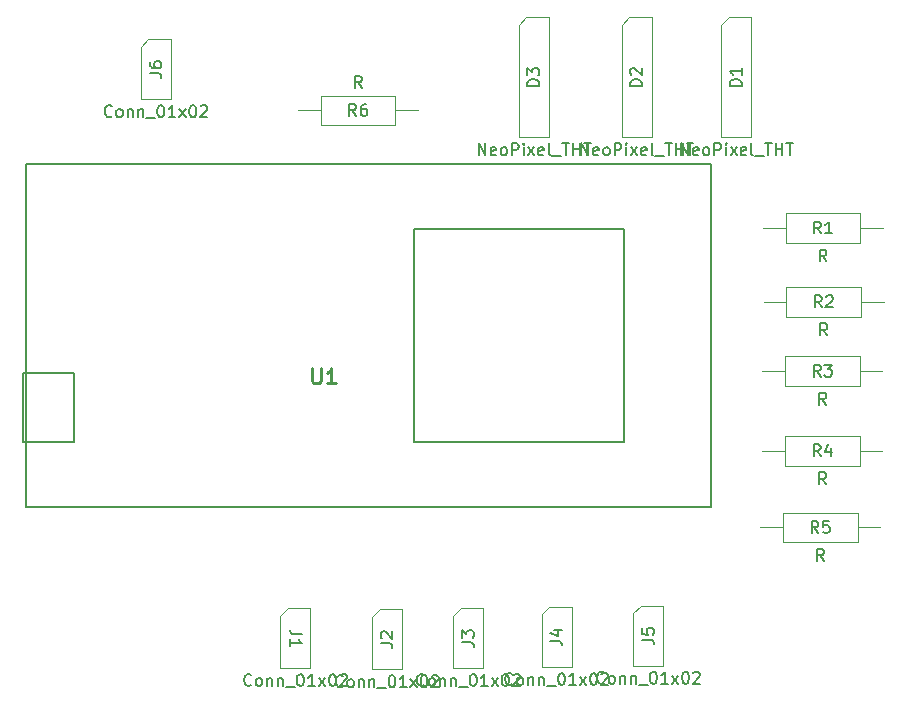
<source format=gbr>
%TF.GenerationSoftware,KiCad,Pcbnew,(5.1.12)-1*%
%TF.CreationDate,2022-06-22T10:59:22-05:00*%
%TF.ProjectId,Unidad central,556e6964-6164-4206-9365-6e7472616c2e,rev?*%
%TF.SameCoordinates,Original*%
%TF.FileFunction,AssemblyDrawing,Top*%
%FSLAX46Y46*%
G04 Gerber Fmt 4.6, Leading zero omitted, Abs format (unit mm)*
G04 Created by KiCad (PCBNEW (5.1.12)-1) date 2022-06-22 10:59:22*
%MOMM*%
%LPD*%
G01*
G04 APERTURE LIST*
%ADD10C,0.100000*%
%ADD11C,0.200000*%
%ADD12C,0.150000*%
%ADD13C,0.254000*%
G04 APERTURE END LIST*
D10*
%TO.C,R6*%
X122857000Y-59921100D02*
X124787000Y-59921100D01*
X133017000Y-59921100D02*
X131087000Y-59921100D01*
X124787000Y-61171100D02*
X131087000Y-61171100D01*
X124787000Y-58671100D02*
X124787000Y-61171100D01*
X131087000Y-58671100D02*
X124787000Y-58671100D01*
X131087000Y-61171100D02*
X131087000Y-58671100D01*
%TO.C,R5*%
X172164000Y-95224600D02*
X170234000Y-95224600D01*
X162004000Y-95224600D02*
X163934000Y-95224600D01*
X170234000Y-93974600D02*
X163934000Y-93974600D01*
X170234000Y-96474600D02*
X170234000Y-93974600D01*
X163934000Y-96474600D02*
X170234000Y-96474600D01*
X163934000Y-93974600D02*
X163934000Y-96474600D01*
%TO.C,R4*%
X172342000Y-88742500D02*
X170412000Y-88742500D01*
X162182000Y-88742500D02*
X164112000Y-88742500D01*
X170412000Y-87492500D02*
X164112000Y-87492500D01*
X170412000Y-89992500D02*
X170412000Y-87492500D01*
X164112000Y-89992500D02*
X170412000Y-89992500D01*
X164112000Y-87492500D02*
X164112000Y-89992500D01*
%TO.C,R3*%
X172342000Y-81991200D02*
X170412000Y-81991200D01*
X162182000Y-81991200D02*
X164112000Y-81991200D01*
X170412000Y-80741200D02*
X164112000Y-80741200D01*
X170412000Y-83241200D02*
X170412000Y-80741200D01*
X164112000Y-83241200D02*
X170412000Y-83241200D01*
X164112000Y-80741200D02*
X164112000Y-83241200D01*
%TO.C,R2*%
X172430000Y-76131400D02*
X170500000Y-76131400D01*
X162270000Y-76131400D02*
X164200000Y-76131400D01*
X170500000Y-74881400D02*
X164200000Y-74881400D01*
X170500000Y-77381400D02*
X170500000Y-74881400D01*
X164200000Y-77381400D02*
X170500000Y-77381400D01*
X164200000Y-74881400D02*
X164200000Y-77381400D01*
%TO.C,R1*%
X172369000Y-69883000D02*
X170439000Y-69883000D01*
X162209000Y-69883000D02*
X164139000Y-69883000D01*
X170439000Y-68633000D02*
X164139000Y-68633000D01*
X170439000Y-71133000D02*
X170439000Y-68633000D01*
X164139000Y-71133000D02*
X170439000Y-71133000D01*
X164139000Y-68633000D02*
X164139000Y-71133000D01*
%TO.C,J4*%
X143477000Y-102593000D02*
X144112000Y-101958000D01*
X143477000Y-107038000D02*
X143477000Y-102593000D01*
X146017000Y-107038000D02*
X143477000Y-107038000D01*
X146017000Y-101958000D02*
X146017000Y-107038000D01*
X144112000Y-101958000D02*
X146017000Y-101958000D01*
%TO.C,J3*%
X136009000Y-102690000D02*
X136644000Y-102055000D01*
X136009000Y-107135000D02*
X136009000Y-102690000D01*
X138549000Y-107135000D02*
X136009000Y-107135000D01*
X138549000Y-102055000D02*
X138549000Y-107135000D01*
X136644000Y-102055000D02*
X138549000Y-102055000D01*
%TO.C,J2*%
X129134000Y-102789000D02*
X129769000Y-102154000D01*
X129134000Y-107234000D02*
X129134000Y-102789000D01*
X131674000Y-107234000D02*
X129134000Y-107234000D01*
X131674000Y-102154000D02*
X131674000Y-107234000D01*
X129769000Y-102154000D02*
X131674000Y-102154000D01*
%TO.C,D3*%
X141552000Y-52672000D02*
X142187000Y-52037000D01*
X141552000Y-62197000D02*
X141552000Y-52672000D01*
X144092000Y-62197000D02*
X141552000Y-62197000D01*
X144092000Y-52037000D02*
X144092000Y-62197000D01*
X142187000Y-52037000D02*
X144092000Y-52037000D01*
D11*
%TO.C,U1*%
X99552000Y-82184200D02*
X99552000Y-87990200D01*
X103874000Y-87990200D02*
X99552000Y-87990200D01*
X103874000Y-82184200D02*
X103874000Y-87990200D01*
X99552000Y-82184200D02*
X103874000Y-82184200D01*
X150452000Y-87985200D02*
X150452000Y-69985200D01*
X132672000Y-87985200D02*
X150452000Y-87985200D01*
X132672000Y-69985200D02*
X132672000Y-87985200D01*
X150452000Y-69985200D02*
X132672000Y-69985200D01*
X99862000Y-93485200D02*
X99862000Y-64485200D01*
X157862000Y-93485200D02*
X99862000Y-93485200D01*
X157862000Y-64485200D02*
X157862000Y-93485200D01*
X99862000Y-64485200D02*
X157862000Y-64485200D01*
D10*
%TO.C,D2*%
X150256000Y-52672000D02*
X150891000Y-52037000D01*
X150256000Y-62197000D02*
X150256000Y-52672000D01*
X152796000Y-62197000D02*
X150256000Y-62197000D01*
X152796000Y-52037000D02*
X152796000Y-62197000D01*
X150891000Y-52037000D02*
X152796000Y-52037000D01*
%TO.C,D1*%
X158694000Y-52672000D02*
X159329000Y-52037000D01*
X158694000Y-62197000D02*
X158694000Y-52672000D01*
X161234000Y-62197000D02*
X158694000Y-62197000D01*
X161234000Y-52037000D02*
X161234000Y-62197000D01*
X159329000Y-52037000D02*
X161234000Y-52037000D01*
%TO.C,J6*%
X109563000Y-54523600D02*
X110198000Y-53888600D01*
X109563000Y-58968600D02*
X109563000Y-54523600D01*
X112103000Y-58968600D02*
X109563000Y-58968600D01*
X112103000Y-53888600D02*
X112103000Y-58968600D01*
X110198000Y-53888600D02*
X112103000Y-53888600D01*
%TO.C,J5*%
X151260000Y-102492000D02*
X151895000Y-101857000D01*
X151260000Y-106937000D02*
X151260000Y-102492000D01*
X153800000Y-106937000D02*
X151260000Y-106937000D01*
X153800000Y-101857000D02*
X153800000Y-106937000D01*
X151895000Y-101857000D02*
X153800000Y-101857000D01*
%TO.C,J1*%
X121374000Y-102690000D02*
X122009000Y-102055000D01*
X121374000Y-107135000D02*
X121374000Y-102690000D01*
X123914000Y-107135000D02*
X121374000Y-107135000D01*
X123914000Y-102055000D02*
X123914000Y-107135000D01*
X122009000Y-102055000D02*
X123914000Y-102055000D01*
%TD*%
%TO.C,R6*%
D12*
X128246523Y-58003480D02*
X127913190Y-57527290D01*
X127675095Y-58003480D02*
X127675095Y-57003480D01*
X128056047Y-57003480D01*
X128151285Y-57051100D01*
X128198904Y-57098719D01*
X128246523Y-57193957D01*
X128246523Y-57336814D01*
X128198904Y-57432052D01*
X128151285Y-57479671D01*
X128056047Y-57527290D01*
X127675095Y-57527290D01*
X127770333Y-60373480D02*
X127437000Y-59897290D01*
X127198904Y-60373480D02*
X127198904Y-59373480D01*
X127579857Y-59373480D01*
X127675095Y-59421100D01*
X127722714Y-59468719D01*
X127770333Y-59563957D01*
X127770333Y-59706814D01*
X127722714Y-59802052D01*
X127675095Y-59849671D01*
X127579857Y-59897290D01*
X127198904Y-59897290D01*
X128627476Y-59373480D02*
X128437000Y-59373480D01*
X128341761Y-59421100D01*
X128294142Y-59468719D01*
X128198904Y-59611576D01*
X128151285Y-59802052D01*
X128151285Y-60183004D01*
X128198904Y-60278242D01*
X128246523Y-60325861D01*
X128341761Y-60373480D01*
X128532238Y-60373480D01*
X128627476Y-60325861D01*
X128675095Y-60278242D01*
X128722714Y-60183004D01*
X128722714Y-59944909D01*
X128675095Y-59849671D01*
X128627476Y-59802052D01*
X128532238Y-59754433D01*
X128341761Y-59754433D01*
X128246523Y-59802052D01*
X128198904Y-59849671D01*
X128151285Y-59944909D01*
%TO.C,R5*%
X167393523Y-98046980D02*
X167060190Y-97570790D01*
X166822095Y-98046980D02*
X166822095Y-97046980D01*
X167203047Y-97046980D01*
X167298285Y-97094600D01*
X167345904Y-97142219D01*
X167393523Y-97237457D01*
X167393523Y-97380314D01*
X167345904Y-97475552D01*
X167298285Y-97523171D01*
X167203047Y-97570790D01*
X166822095Y-97570790D01*
X166917333Y-95676980D02*
X166584000Y-95200790D01*
X166345904Y-95676980D02*
X166345904Y-94676980D01*
X166726857Y-94676980D01*
X166822095Y-94724600D01*
X166869714Y-94772219D01*
X166917333Y-94867457D01*
X166917333Y-95010314D01*
X166869714Y-95105552D01*
X166822095Y-95153171D01*
X166726857Y-95200790D01*
X166345904Y-95200790D01*
X167822095Y-94676980D02*
X167345904Y-94676980D01*
X167298285Y-95153171D01*
X167345904Y-95105552D01*
X167441142Y-95057933D01*
X167679238Y-95057933D01*
X167774476Y-95105552D01*
X167822095Y-95153171D01*
X167869714Y-95248409D01*
X167869714Y-95486504D01*
X167822095Y-95581742D01*
X167774476Y-95629361D01*
X167679238Y-95676980D01*
X167441142Y-95676980D01*
X167345904Y-95629361D01*
X167298285Y-95581742D01*
%TO.C,R4*%
X167571523Y-91564880D02*
X167238190Y-91088690D01*
X167000095Y-91564880D02*
X167000095Y-90564880D01*
X167381047Y-90564880D01*
X167476285Y-90612500D01*
X167523904Y-90660119D01*
X167571523Y-90755357D01*
X167571523Y-90898214D01*
X167523904Y-90993452D01*
X167476285Y-91041071D01*
X167381047Y-91088690D01*
X167000095Y-91088690D01*
X167095333Y-89194880D02*
X166762000Y-88718690D01*
X166523904Y-89194880D02*
X166523904Y-88194880D01*
X166904857Y-88194880D01*
X167000095Y-88242500D01*
X167047714Y-88290119D01*
X167095333Y-88385357D01*
X167095333Y-88528214D01*
X167047714Y-88623452D01*
X167000095Y-88671071D01*
X166904857Y-88718690D01*
X166523904Y-88718690D01*
X167952476Y-88528214D02*
X167952476Y-89194880D01*
X167714380Y-88147261D02*
X167476285Y-88861547D01*
X168095333Y-88861547D01*
%TO.C,R3*%
X167571523Y-84813580D02*
X167238190Y-84337390D01*
X167000095Y-84813580D02*
X167000095Y-83813580D01*
X167381047Y-83813580D01*
X167476285Y-83861200D01*
X167523904Y-83908819D01*
X167571523Y-84004057D01*
X167571523Y-84146914D01*
X167523904Y-84242152D01*
X167476285Y-84289771D01*
X167381047Y-84337390D01*
X167000095Y-84337390D01*
X167095333Y-82443580D02*
X166762000Y-81967390D01*
X166523904Y-82443580D02*
X166523904Y-81443580D01*
X166904857Y-81443580D01*
X167000095Y-81491200D01*
X167047714Y-81538819D01*
X167095333Y-81634057D01*
X167095333Y-81776914D01*
X167047714Y-81872152D01*
X167000095Y-81919771D01*
X166904857Y-81967390D01*
X166523904Y-81967390D01*
X167428666Y-81443580D02*
X168047714Y-81443580D01*
X167714380Y-81824533D01*
X167857238Y-81824533D01*
X167952476Y-81872152D01*
X168000095Y-81919771D01*
X168047714Y-82015009D01*
X168047714Y-82253104D01*
X168000095Y-82348342D01*
X167952476Y-82395961D01*
X167857238Y-82443580D01*
X167571523Y-82443580D01*
X167476285Y-82395961D01*
X167428666Y-82348342D01*
%TO.C,R2*%
X167659523Y-78953780D02*
X167326190Y-78477590D01*
X167088095Y-78953780D02*
X167088095Y-77953780D01*
X167469047Y-77953780D01*
X167564285Y-78001400D01*
X167611904Y-78049019D01*
X167659523Y-78144257D01*
X167659523Y-78287114D01*
X167611904Y-78382352D01*
X167564285Y-78429971D01*
X167469047Y-78477590D01*
X167088095Y-78477590D01*
X167183333Y-76583780D02*
X166850000Y-76107590D01*
X166611904Y-76583780D02*
X166611904Y-75583780D01*
X166992857Y-75583780D01*
X167088095Y-75631400D01*
X167135714Y-75679019D01*
X167183333Y-75774257D01*
X167183333Y-75917114D01*
X167135714Y-76012352D01*
X167088095Y-76059971D01*
X166992857Y-76107590D01*
X166611904Y-76107590D01*
X167564285Y-75679019D02*
X167611904Y-75631400D01*
X167707142Y-75583780D01*
X167945238Y-75583780D01*
X168040476Y-75631400D01*
X168088095Y-75679019D01*
X168135714Y-75774257D01*
X168135714Y-75869495D01*
X168088095Y-76012352D01*
X167516666Y-76583780D01*
X168135714Y-76583780D01*
%TO.C,R1*%
X167598523Y-72705380D02*
X167265190Y-72229190D01*
X167027095Y-72705380D02*
X167027095Y-71705380D01*
X167408047Y-71705380D01*
X167503285Y-71753000D01*
X167550904Y-71800619D01*
X167598523Y-71895857D01*
X167598523Y-72038714D01*
X167550904Y-72133952D01*
X167503285Y-72181571D01*
X167408047Y-72229190D01*
X167027095Y-72229190D01*
X167122333Y-70335380D02*
X166789000Y-69859190D01*
X166550904Y-70335380D02*
X166550904Y-69335380D01*
X166931857Y-69335380D01*
X167027095Y-69383000D01*
X167074714Y-69430619D01*
X167122333Y-69525857D01*
X167122333Y-69668714D01*
X167074714Y-69763952D01*
X167027095Y-69811571D01*
X166931857Y-69859190D01*
X166550904Y-69859190D01*
X168074714Y-70335380D02*
X167503285Y-70335380D01*
X167789000Y-70335380D02*
X167789000Y-69335380D01*
X167693761Y-69478238D01*
X167598523Y-69573476D01*
X167503285Y-69621095D01*
%TO.C,J4*%
X141008904Y-108455142D02*
X140961285Y-108502761D01*
X140818428Y-108550380D01*
X140723190Y-108550380D01*
X140580333Y-108502761D01*
X140485095Y-108407523D01*
X140437476Y-108312285D01*
X140389857Y-108121809D01*
X140389857Y-107978952D01*
X140437476Y-107788476D01*
X140485095Y-107693238D01*
X140580333Y-107598000D01*
X140723190Y-107550380D01*
X140818428Y-107550380D01*
X140961285Y-107598000D01*
X141008904Y-107645619D01*
X141580333Y-108550380D02*
X141485095Y-108502761D01*
X141437476Y-108455142D01*
X141389857Y-108359904D01*
X141389857Y-108074190D01*
X141437476Y-107978952D01*
X141485095Y-107931333D01*
X141580333Y-107883714D01*
X141723190Y-107883714D01*
X141818428Y-107931333D01*
X141866047Y-107978952D01*
X141913666Y-108074190D01*
X141913666Y-108359904D01*
X141866047Y-108455142D01*
X141818428Y-108502761D01*
X141723190Y-108550380D01*
X141580333Y-108550380D01*
X142342238Y-107883714D02*
X142342238Y-108550380D01*
X142342238Y-107978952D02*
X142389857Y-107931333D01*
X142485095Y-107883714D01*
X142627952Y-107883714D01*
X142723190Y-107931333D01*
X142770809Y-108026571D01*
X142770809Y-108550380D01*
X143247000Y-107883714D02*
X143247000Y-108550380D01*
X143247000Y-107978952D02*
X143294619Y-107931333D01*
X143389857Y-107883714D01*
X143532714Y-107883714D01*
X143627952Y-107931333D01*
X143675571Y-108026571D01*
X143675571Y-108550380D01*
X143913666Y-108645619D02*
X144675571Y-108645619D01*
X145104142Y-107550380D02*
X145199380Y-107550380D01*
X145294619Y-107598000D01*
X145342238Y-107645619D01*
X145389857Y-107740857D01*
X145437476Y-107931333D01*
X145437476Y-108169428D01*
X145389857Y-108359904D01*
X145342238Y-108455142D01*
X145294619Y-108502761D01*
X145199380Y-108550380D01*
X145104142Y-108550380D01*
X145008904Y-108502761D01*
X144961285Y-108455142D01*
X144913666Y-108359904D01*
X144866047Y-108169428D01*
X144866047Y-107931333D01*
X144913666Y-107740857D01*
X144961285Y-107645619D01*
X145008904Y-107598000D01*
X145104142Y-107550380D01*
X146389857Y-108550380D02*
X145818428Y-108550380D01*
X146104142Y-108550380D02*
X146104142Y-107550380D01*
X146008904Y-107693238D01*
X145913666Y-107788476D01*
X145818428Y-107836095D01*
X146723190Y-108550380D02*
X147247000Y-107883714D01*
X146723190Y-107883714D02*
X147247000Y-108550380D01*
X147818428Y-107550380D02*
X147913666Y-107550380D01*
X148008904Y-107598000D01*
X148056523Y-107645619D01*
X148104142Y-107740857D01*
X148151761Y-107931333D01*
X148151761Y-108169428D01*
X148104142Y-108359904D01*
X148056523Y-108455142D01*
X148008904Y-108502761D01*
X147913666Y-108550380D01*
X147818428Y-108550380D01*
X147723190Y-108502761D01*
X147675571Y-108455142D01*
X147627952Y-108359904D01*
X147580333Y-108169428D01*
X147580333Y-107931333D01*
X147627952Y-107740857D01*
X147675571Y-107645619D01*
X147723190Y-107598000D01*
X147818428Y-107550380D01*
X148532714Y-107645619D02*
X148580333Y-107598000D01*
X148675571Y-107550380D01*
X148913666Y-107550380D01*
X149008904Y-107598000D01*
X149056523Y-107645619D01*
X149104142Y-107740857D01*
X149104142Y-107836095D01*
X149056523Y-107978952D01*
X148485095Y-108550380D01*
X149104142Y-108550380D01*
X144199380Y-104831333D02*
X144913666Y-104831333D01*
X145056523Y-104878952D01*
X145151761Y-104974190D01*
X145199380Y-105117047D01*
X145199380Y-105212285D01*
X144532714Y-103926571D02*
X145199380Y-103926571D01*
X144151761Y-104164666D02*
X144866047Y-104402761D01*
X144866047Y-103783714D01*
%TO.C,J3*%
X133540904Y-108552142D02*
X133493285Y-108599761D01*
X133350428Y-108647380D01*
X133255190Y-108647380D01*
X133112333Y-108599761D01*
X133017095Y-108504523D01*
X132969476Y-108409285D01*
X132921857Y-108218809D01*
X132921857Y-108075952D01*
X132969476Y-107885476D01*
X133017095Y-107790238D01*
X133112333Y-107695000D01*
X133255190Y-107647380D01*
X133350428Y-107647380D01*
X133493285Y-107695000D01*
X133540904Y-107742619D01*
X134112333Y-108647380D02*
X134017095Y-108599761D01*
X133969476Y-108552142D01*
X133921857Y-108456904D01*
X133921857Y-108171190D01*
X133969476Y-108075952D01*
X134017095Y-108028333D01*
X134112333Y-107980714D01*
X134255190Y-107980714D01*
X134350428Y-108028333D01*
X134398047Y-108075952D01*
X134445666Y-108171190D01*
X134445666Y-108456904D01*
X134398047Y-108552142D01*
X134350428Y-108599761D01*
X134255190Y-108647380D01*
X134112333Y-108647380D01*
X134874238Y-107980714D02*
X134874238Y-108647380D01*
X134874238Y-108075952D02*
X134921857Y-108028333D01*
X135017095Y-107980714D01*
X135159952Y-107980714D01*
X135255190Y-108028333D01*
X135302809Y-108123571D01*
X135302809Y-108647380D01*
X135779000Y-107980714D02*
X135779000Y-108647380D01*
X135779000Y-108075952D02*
X135826619Y-108028333D01*
X135921857Y-107980714D01*
X136064714Y-107980714D01*
X136159952Y-108028333D01*
X136207571Y-108123571D01*
X136207571Y-108647380D01*
X136445666Y-108742619D02*
X137207571Y-108742619D01*
X137636142Y-107647380D02*
X137731380Y-107647380D01*
X137826619Y-107695000D01*
X137874238Y-107742619D01*
X137921857Y-107837857D01*
X137969476Y-108028333D01*
X137969476Y-108266428D01*
X137921857Y-108456904D01*
X137874238Y-108552142D01*
X137826619Y-108599761D01*
X137731380Y-108647380D01*
X137636142Y-108647380D01*
X137540904Y-108599761D01*
X137493285Y-108552142D01*
X137445666Y-108456904D01*
X137398047Y-108266428D01*
X137398047Y-108028333D01*
X137445666Y-107837857D01*
X137493285Y-107742619D01*
X137540904Y-107695000D01*
X137636142Y-107647380D01*
X138921857Y-108647380D02*
X138350428Y-108647380D01*
X138636142Y-108647380D02*
X138636142Y-107647380D01*
X138540904Y-107790238D01*
X138445666Y-107885476D01*
X138350428Y-107933095D01*
X139255190Y-108647380D02*
X139779000Y-107980714D01*
X139255190Y-107980714D02*
X139779000Y-108647380D01*
X140350428Y-107647380D02*
X140445666Y-107647380D01*
X140540904Y-107695000D01*
X140588523Y-107742619D01*
X140636142Y-107837857D01*
X140683761Y-108028333D01*
X140683761Y-108266428D01*
X140636142Y-108456904D01*
X140588523Y-108552142D01*
X140540904Y-108599761D01*
X140445666Y-108647380D01*
X140350428Y-108647380D01*
X140255190Y-108599761D01*
X140207571Y-108552142D01*
X140159952Y-108456904D01*
X140112333Y-108266428D01*
X140112333Y-108028333D01*
X140159952Y-107837857D01*
X140207571Y-107742619D01*
X140255190Y-107695000D01*
X140350428Y-107647380D01*
X141064714Y-107742619D02*
X141112333Y-107695000D01*
X141207571Y-107647380D01*
X141445666Y-107647380D01*
X141540904Y-107695000D01*
X141588523Y-107742619D01*
X141636142Y-107837857D01*
X141636142Y-107933095D01*
X141588523Y-108075952D01*
X141017095Y-108647380D01*
X141636142Y-108647380D01*
X136731380Y-104928333D02*
X137445666Y-104928333D01*
X137588523Y-104975952D01*
X137683761Y-105071190D01*
X137731380Y-105214047D01*
X137731380Y-105309285D01*
X136731380Y-104547380D02*
X136731380Y-103928333D01*
X137112333Y-104261666D01*
X137112333Y-104118809D01*
X137159952Y-104023571D01*
X137207571Y-103975952D01*
X137302809Y-103928333D01*
X137540904Y-103928333D01*
X137636142Y-103975952D01*
X137683761Y-104023571D01*
X137731380Y-104118809D01*
X137731380Y-104404523D01*
X137683761Y-104499761D01*
X137636142Y-104547380D01*
%TO.C,J2*%
X126665904Y-108651142D02*
X126618285Y-108698761D01*
X126475428Y-108746380D01*
X126380190Y-108746380D01*
X126237333Y-108698761D01*
X126142095Y-108603523D01*
X126094476Y-108508285D01*
X126046857Y-108317809D01*
X126046857Y-108174952D01*
X126094476Y-107984476D01*
X126142095Y-107889238D01*
X126237333Y-107794000D01*
X126380190Y-107746380D01*
X126475428Y-107746380D01*
X126618285Y-107794000D01*
X126665904Y-107841619D01*
X127237333Y-108746380D02*
X127142095Y-108698761D01*
X127094476Y-108651142D01*
X127046857Y-108555904D01*
X127046857Y-108270190D01*
X127094476Y-108174952D01*
X127142095Y-108127333D01*
X127237333Y-108079714D01*
X127380190Y-108079714D01*
X127475428Y-108127333D01*
X127523047Y-108174952D01*
X127570666Y-108270190D01*
X127570666Y-108555904D01*
X127523047Y-108651142D01*
X127475428Y-108698761D01*
X127380190Y-108746380D01*
X127237333Y-108746380D01*
X127999238Y-108079714D02*
X127999238Y-108746380D01*
X127999238Y-108174952D02*
X128046857Y-108127333D01*
X128142095Y-108079714D01*
X128284952Y-108079714D01*
X128380190Y-108127333D01*
X128427809Y-108222571D01*
X128427809Y-108746380D01*
X128904000Y-108079714D02*
X128904000Y-108746380D01*
X128904000Y-108174952D02*
X128951619Y-108127333D01*
X129046857Y-108079714D01*
X129189714Y-108079714D01*
X129284952Y-108127333D01*
X129332571Y-108222571D01*
X129332571Y-108746380D01*
X129570666Y-108841619D02*
X130332571Y-108841619D01*
X130761142Y-107746380D02*
X130856380Y-107746380D01*
X130951619Y-107794000D01*
X130999238Y-107841619D01*
X131046857Y-107936857D01*
X131094476Y-108127333D01*
X131094476Y-108365428D01*
X131046857Y-108555904D01*
X130999238Y-108651142D01*
X130951619Y-108698761D01*
X130856380Y-108746380D01*
X130761142Y-108746380D01*
X130665904Y-108698761D01*
X130618285Y-108651142D01*
X130570666Y-108555904D01*
X130523047Y-108365428D01*
X130523047Y-108127333D01*
X130570666Y-107936857D01*
X130618285Y-107841619D01*
X130665904Y-107794000D01*
X130761142Y-107746380D01*
X132046857Y-108746380D02*
X131475428Y-108746380D01*
X131761142Y-108746380D02*
X131761142Y-107746380D01*
X131665904Y-107889238D01*
X131570666Y-107984476D01*
X131475428Y-108032095D01*
X132380190Y-108746380D02*
X132904000Y-108079714D01*
X132380190Y-108079714D02*
X132904000Y-108746380D01*
X133475428Y-107746380D02*
X133570666Y-107746380D01*
X133665904Y-107794000D01*
X133713523Y-107841619D01*
X133761142Y-107936857D01*
X133808761Y-108127333D01*
X133808761Y-108365428D01*
X133761142Y-108555904D01*
X133713523Y-108651142D01*
X133665904Y-108698761D01*
X133570666Y-108746380D01*
X133475428Y-108746380D01*
X133380190Y-108698761D01*
X133332571Y-108651142D01*
X133284952Y-108555904D01*
X133237333Y-108365428D01*
X133237333Y-108127333D01*
X133284952Y-107936857D01*
X133332571Y-107841619D01*
X133380190Y-107794000D01*
X133475428Y-107746380D01*
X134189714Y-107841619D02*
X134237333Y-107794000D01*
X134332571Y-107746380D01*
X134570666Y-107746380D01*
X134665904Y-107794000D01*
X134713523Y-107841619D01*
X134761142Y-107936857D01*
X134761142Y-108032095D01*
X134713523Y-108174952D01*
X134142095Y-108746380D01*
X134761142Y-108746380D01*
X129856380Y-105027333D02*
X130570666Y-105027333D01*
X130713523Y-105074952D01*
X130808761Y-105170190D01*
X130856380Y-105313047D01*
X130856380Y-105408285D01*
X129951619Y-104598761D02*
X129904000Y-104551142D01*
X129856380Y-104455904D01*
X129856380Y-104217809D01*
X129904000Y-104122571D01*
X129951619Y-104074952D01*
X130046857Y-104027333D01*
X130142095Y-104027333D01*
X130284952Y-104074952D01*
X130856380Y-104646380D01*
X130856380Y-104027333D01*
%TO.C,D3*%
X138155333Y-63709380D02*
X138155333Y-62709380D01*
X138726761Y-63709380D01*
X138726761Y-62709380D01*
X139583904Y-63661761D02*
X139488666Y-63709380D01*
X139298190Y-63709380D01*
X139202952Y-63661761D01*
X139155333Y-63566523D01*
X139155333Y-63185571D01*
X139202952Y-63090333D01*
X139298190Y-63042714D01*
X139488666Y-63042714D01*
X139583904Y-63090333D01*
X139631523Y-63185571D01*
X139631523Y-63280809D01*
X139155333Y-63376047D01*
X140202952Y-63709380D02*
X140107714Y-63661761D01*
X140060095Y-63614142D01*
X140012476Y-63518904D01*
X140012476Y-63233190D01*
X140060095Y-63137952D01*
X140107714Y-63090333D01*
X140202952Y-63042714D01*
X140345809Y-63042714D01*
X140441047Y-63090333D01*
X140488666Y-63137952D01*
X140536285Y-63233190D01*
X140536285Y-63518904D01*
X140488666Y-63614142D01*
X140441047Y-63661761D01*
X140345809Y-63709380D01*
X140202952Y-63709380D01*
X140964857Y-63709380D02*
X140964857Y-62709380D01*
X141345809Y-62709380D01*
X141441047Y-62757000D01*
X141488666Y-62804619D01*
X141536285Y-62899857D01*
X141536285Y-63042714D01*
X141488666Y-63137952D01*
X141441047Y-63185571D01*
X141345809Y-63233190D01*
X140964857Y-63233190D01*
X141964857Y-63709380D02*
X141964857Y-63042714D01*
X141964857Y-62709380D02*
X141917238Y-62757000D01*
X141964857Y-62804619D01*
X142012476Y-62757000D01*
X141964857Y-62709380D01*
X141964857Y-62804619D01*
X142345809Y-63709380D02*
X142869619Y-63042714D01*
X142345809Y-63042714D02*
X142869619Y-63709380D01*
X143631523Y-63661761D02*
X143536285Y-63709380D01*
X143345809Y-63709380D01*
X143250571Y-63661761D01*
X143202952Y-63566523D01*
X143202952Y-63185571D01*
X143250571Y-63090333D01*
X143345809Y-63042714D01*
X143536285Y-63042714D01*
X143631523Y-63090333D01*
X143679142Y-63185571D01*
X143679142Y-63280809D01*
X143202952Y-63376047D01*
X144250571Y-63709380D02*
X144155333Y-63661761D01*
X144107714Y-63566523D01*
X144107714Y-62709380D01*
X144393428Y-63804619D02*
X145155333Y-63804619D01*
X145250571Y-62709380D02*
X145822000Y-62709380D01*
X145536285Y-63709380D02*
X145536285Y-62709380D01*
X146155333Y-63709380D02*
X146155333Y-62709380D01*
X146155333Y-63185571D02*
X146726761Y-63185571D01*
X146726761Y-63709380D02*
X146726761Y-62709380D01*
X147060095Y-62709380D02*
X147631523Y-62709380D01*
X147345809Y-63709380D02*
X147345809Y-62709380D01*
X143274380Y-57855095D02*
X142274380Y-57855095D01*
X142274380Y-57617000D01*
X142322000Y-57474142D01*
X142417238Y-57378904D01*
X142512476Y-57331285D01*
X142702952Y-57283666D01*
X142845809Y-57283666D01*
X143036285Y-57331285D01*
X143131523Y-57378904D01*
X143226761Y-57474142D01*
X143274380Y-57617000D01*
X143274380Y-57855095D01*
X142274380Y-56950333D02*
X142274380Y-56331285D01*
X142655333Y-56664619D01*
X142655333Y-56521761D01*
X142702952Y-56426523D01*
X142750571Y-56378904D01*
X142845809Y-56331285D01*
X143083904Y-56331285D01*
X143179142Y-56378904D01*
X143226761Y-56426523D01*
X143274380Y-56521761D01*
X143274380Y-56807476D01*
X143226761Y-56902714D01*
X143179142Y-56950333D01*
%TO.C,U1*%
D13*
X124035940Y-81758003D02*
X124035940Y-82786099D01*
X124096417Y-82907051D01*
X124156893Y-82967527D01*
X124277845Y-83028003D01*
X124519750Y-83028003D01*
X124640702Y-82967527D01*
X124701179Y-82907051D01*
X124761655Y-82786099D01*
X124761655Y-81758003D01*
X126031655Y-83028003D02*
X125305940Y-83028003D01*
X125668798Y-83028003D02*
X125668798Y-81758003D01*
X125547845Y-81939432D01*
X125426893Y-82060384D01*
X125305940Y-82120860D01*
%TO.C,D2*%
D12*
X146859333Y-63709380D02*
X146859333Y-62709380D01*
X147430761Y-63709380D01*
X147430761Y-62709380D01*
X148287904Y-63661761D02*
X148192666Y-63709380D01*
X148002190Y-63709380D01*
X147906952Y-63661761D01*
X147859333Y-63566523D01*
X147859333Y-63185571D01*
X147906952Y-63090333D01*
X148002190Y-63042714D01*
X148192666Y-63042714D01*
X148287904Y-63090333D01*
X148335523Y-63185571D01*
X148335523Y-63280809D01*
X147859333Y-63376047D01*
X148906952Y-63709380D02*
X148811714Y-63661761D01*
X148764095Y-63614142D01*
X148716476Y-63518904D01*
X148716476Y-63233190D01*
X148764095Y-63137952D01*
X148811714Y-63090333D01*
X148906952Y-63042714D01*
X149049809Y-63042714D01*
X149145047Y-63090333D01*
X149192666Y-63137952D01*
X149240285Y-63233190D01*
X149240285Y-63518904D01*
X149192666Y-63614142D01*
X149145047Y-63661761D01*
X149049809Y-63709380D01*
X148906952Y-63709380D01*
X149668857Y-63709380D02*
X149668857Y-62709380D01*
X150049809Y-62709380D01*
X150145047Y-62757000D01*
X150192666Y-62804619D01*
X150240285Y-62899857D01*
X150240285Y-63042714D01*
X150192666Y-63137952D01*
X150145047Y-63185571D01*
X150049809Y-63233190D01*
X149668857Y-63233190D01*
X150668857Y-63709380D02*
X150668857Y-63042714D01*
X150668857Y-62709380D02*
X150621238Y-62757000D01*
X150668857Y-62804619D01*
X150716476Y-62757000D01*
X150668857Y-62709380D01*
X150668857Y-62804619D01*
X151049809Y-63709380D02*
X151573619Y-63042714D01*
X151049809Y-63042714D02*
X151573619Y-63709380D01*
X152335523Y-63661761D02*
X152240285Y-63709380D01*
X152049809Y-63709380D01*
X151954571Y-63661761D01*
X151906952Y-63566523D01*
X151906952Y-63185571D01*
X151954571Y-63090333D01*
X152049809Y-63042714D01*
X152240285Y-63042714D01*
X152335523Y-63090333D01*
X152383142Y-63185571D01*
X152383142Y-63280809D01*
X151906952Y-63376047D01*
X152954571Y-63709380D02*
X152859333Y-63661761D01*
X152811714Y-63566523D01*
X152811714Y-62709380D01*
X153097428Y-63804619D02*
X153859333Y-63804619D01*
X153954571Y-62709380D02*
X154526000Y-62709380D01*
X154240285Y-63709380D02*
X154240285Y-62709380D01*
X154859333Y-63709380D02*
X154859333Y-62709380D01*
X154859333Y-63185571D02*
X155430761Y-63185571D01*
X155430761Y-63709380D02*
X155430761Y-62709380D01*
X155764095Y-62709380D02*
X156335523Y-62709380D01*
X156049809Y-63709380D02*
X156049809Y-62709380D01*
X151978380Y-57855095D02*
X150978380Y-57855095D01*
X150978380Y-57617000D01*
X151026000Y-57474142D01*
X151121238Y-57378904D01*
X151216476Y-57331285D01*
X151406952Y-57283666D01*
X151549809Y-57283666D01*
X151740285Y-57331285D01*
X151835523Y-57378904D01*
X151930761Y-57474142D01*
X151978380Y-57617000D01*
X151978380Y-57855095D01*
X151073619Y-56902714D02*
X151026000Y-56855095D01*
X150978380Y-56759857D01*
X150978380Y-56521761D01*
X151026000Y-56426523D01*
X151073619Y-56378904D01*
X151168857Y-56331285D01*
X151264095Y-56331285D01*
X151406952Y-56378904D01*
X151978380Y-56950333D01*
X151978380Y-56331285D01*
%TO.C,D1*%
X155297333Y-63709380D02*
X155297333Y-62709380D01*
X155868761Y-63709380D01*
X155868761Y-62709380D01*
X156725904Y-63661761D02*
X156630666Y-63709380D01*
X156440190Y-63709380D01*
X156344952Y-63661761D01*
X156297333Y-63566523D01*
X156297333Y-63185571D01*
X156344952Y-63090333D01*
X156440190Y-63042714D01*
X156630666Y-63042714D01*
X156725904Y-63090333D01*
X156773523Y-63185571D01*
X156773523Y-63280809D01*
X156297333Y-63376047D01*
X157344952Y-63709380D02*
X157249714Y-63661761D01*
X157202095Y-63614142D01*
X157154476Y-63518904D01*
X157154476Y-63233190D01*
X157202095Y-63137952D01*
X157249714Y-63090333D01*
X157344952Y-63042714D01*
X157487809Y-63042714D01*
X157583047Y-63090333D01*
X157630666Y-63137952D01*
X157678285Y-63233190D01*
X157678285Y-63518904D01*
X157630666Y-63614142D01*
X157583047Y-63661761D01*
X157487809Y-63709380D01*
X157344952Y-63709380D01*
X158106857Y-63709380D02*
X158106857Y-62709380D01*
X158487809Y-62709380D01*
X158583047Y-62757000D01*
X158630666Y-62804619D01*
X158678285Y-62899857D01*
X158678285Y-63042714D01*
X158630666Y-63137952D01*
X158583047Y-63185571D01*
X158487809Y-63233190D01*
X158106857Y-63233190D01*
X159106857Y-63709380D02*
X159106857Y-63042714D01*
X159106857Y-62709380D02*
X159059238Y-62757000D01*
X159106857Y-62804619D01*
X159154476Y-62757000D01*
X159106857Y-62709380D01*
X159106857Y-62804619D01*
X159487809Y-63709380D02*
X160011619Y-63042714D01*
X159487809Y-63042714D02*
X160011619Y-63709380D01*
X160773523Y-63661761D02*
X160678285Y-63709380D01*
X160487809Y-63709380D01*
X160392571Y-63661761D01*
X160344952Y-63566523D01*
X160344952Y-63185571D01*
X160392571Y-63090333D01*
X160487809Y-63042714D01*
X160678285Y-63042714D01*
X160773523Y-63090333D01*
X160821142Y-63185571D01*
X160821142Y-63280809D01*
X160344952Y-63376047D01*
X161392571Y-63709380D02*
X161297333Y-63661761D01*
X161249714Y-63566523D01*
X161249714Y-62709380D01*
X161535428Y-63804619D02*
X162297333Y-63804619D01*
X162392571Y-62709380D02*
X162964000Y-62709380D01*
X162678285Y-63709380D02*
X162678285Y-62709380D01*
X163297333Y-63709380D02*
X163297333Y-62709380D01*
X163297333Y-63185571D02*
X163868761Y-63185571D01*
X163868761Y-63709380D02*
X163868761Y-62709380D01*
X164202095Y-62709380D02*
X164773523Y-62709380D01*
X164487809Y-63709380D02*
X164487809Y-62709380D01*
X160416380Y-57855095D02*
X159416380Y-57855095D01*
X159416380Y-57617000D01*
X159464000Y-57474142D01*
X159559238Y-57378904D01*
X159654476Y-57331285D01*
X159844952Y-57283666D01*
X159987809Y-57283666D01*
X160178285Y-57331285D01*
X160273523Y-57378904D01*
X160368761Y-57474142D01*
X160416380Y-57617000D01*
X160416380Y-57855095D01*
X160416380Y-56331285D02*
X160416380Y-56902714D01*
X160416380Y-56617000D02*
X159416380Y-56617000D01*
X159559238Y-56712238D01*
X159654476Y-56807476D01*
X159702095Y-56902714D01*
%TO.C,J6*%
X107094904Y-60385742D02*
X107047285Y-60433361D01*
X106904428Y-60480980D01*
X106809190Y-60480980D01*
X106666333Y-60433361D01*
X106571095Y-60338123D01*
X106523476Y-60242885D01*
X106475857Y-60052409D01*
X106475857Y-59909552D01*
X106523476Y-59719076D01*
X106571095Y-59623838D01*
X106666333Y-59528600D01*
X106809190Y-59480980D01*
X106904428Y-59480980D01*
X107047285Y-59528600D01*
X107094904Y-59576219D01*
X107666333Y-60480980D02*
X107571095Y-60433361D01*
X107523476Y-60385742D01*
X107475857Y-60290504D01*
X107475857Y-60004790D01*
X107523476Y-59909552D01*
X107571095Y-59861933D01*
X107666333Y-59814314D01*
X107809190Y-59814314D01*
X107904428Y-59861933D01*
X107952047Y-59909552D01*
X107999666Y-60004790D01*
X107999666Y-60290504D01*
X107952047Y-60385742D01*
X107904428Y-60433361D01*
X107809190Y-60480980D01*
X107666333Y-60480980D01*
X108428238Y-59814314D02*
X108428238Y-60480980D01*
X108428238Y-59909552D02*
X108475857Y-59861933D01*
X108571095Y-59814314D01*
X108713952Y-59814314D01*
X108809190Y-59861933D01*
X108856809Y-59957171D01*
X108856809Y-60480980D01*
X109333000Y-59814314D02*
X109333000Y-60480980D01*
X109333000Y-59909552D02*
X109380619Y-59861933D01*
X109475857Y-59814314D01*
X109618714Y-59814314D01*
X109713952Y-59861933D01*
X109761571Y-59957171D01*
X109761571Y-60480980D01*
X109999666Y-60576219D02*
X110761571Y-60576219D01*
X111190142Y-59480980D02*
X111285380Y-59480980D01*
X111380619Y-59528600D01*
X111428238Y-59576219D01*
X111475857Y-59671457D01*
X111523476Y-59861933D01*
X111523476Y-60100028D01*
X111475857Y-60290504D01*
X111428238Y-60385742D01*
X111380619Y-60433361D01*
X111285380Y-60480980D01*
X111190142Y-60480980D01*
X111094904Y-60433361D01*
X111047285Y-60385742D01*
X110999666Y-60290504D01*
X110952047Y-60100028D01*
X110952047Y-59861933D01*
X110999666Y-59671457D01*
X111047285Y-59576219D01*
X111094904Y-59528600D01*
X111190142Y-59480980D01*
X112475857Y-60480980D02*
X111904428Y-60480980D01*
X112190142Y-60480980D02*
X112190142Y-59480980D01*
X112094904Y-59623838D01*
X111999666Y-59719076D01*
X111904428Y-59766695D01*
X112809190Y-60480980D02*
X113333000Y-59814314D01*
X112809190Y-59814314D02*
X113333000Y-60480980D01*
X113904428Y-59480980D02*
X113999666Y-59480980D01*
X114094904Y-59528600D01*
X114142523Y-59576219D01*
X114190142Y-59671457D01*
X114237761Y-59861933D01*
X114237761Y-60100028D01*
X114190142Y-60290504D01*
X114142523Y-60385742D01*
X114094904Y-60433361D01*
X113999666Y-60480980D01*
X113904428Y-60480980D01*
X113809190Y-60433361D01*
X113761571Y-60385742D01*
X113713952Y-60290504D01*
X113666333Y-60100028D01*
X113666333Y-59861933D01*
X113713952Y-59671457D01*
X113761571Y-59576219D01*
X113809190Y-59528600D01*
X113904428Y-59480980D01*
X114618714Y-59576219D02*
X114666333Y-59528600D01*
X114761571Y-59480980D01*
X114999666Y-59480980D01*
X115094904Y-59528600D01*
X115142523Y-59576219D01*
X115190142Y-59671457D01*
X115190142Y-59766695D01*
X115142523Y-59909552D01*
X114571095Y-60480980D01*
X115190142Y-60480980D01*
X110285380Y-56761933D02*
X110999666Y-56761933D01*
X111142523Y-56809552D01*
X111237761Y-56904790D01*
X111285380Y-57047647D01*
X111285380Y-57142885D01*
X110285380Y-55857171D02*
X110285380Y-56047647D01*
X110333000Y-56142885D01*
X110380619Y-56190504D01*
X110523476Y-56285742D01*
X110713952Y-56333361D01*
X111094904Y-56333361D01*
X111190142Y-56285742D01*
X111237761Y-56238123D01*
X111285380Y-56142885D01*
X111285380Y-55952409D01*
X111237761Y-55857171D01*
X111190142Y-55809552D01*
X111094904Y-55761933D01*
X110856809Y-55761933D01*
X110761571Y-55809552D01*
X110713952Y-55857171D01*
X110666333Y-55952409D01*
X110666333Y-56142885D01*
X110713952Y-56238123D01*
X110761571Y-56285742D01*
X110856809Y-56333361D01*
%TO.C,J5*%
X148791904Y-108354142D02*
X148744285Y-108401761D01*
X148601428Y-108449380D01*
X148506190Y-108449380D01*
X148363333Y-108401761D01*
X148268095Y-108306523D01*
X148220476Y-108211285D01*
X148172857Y-108020809D01*
X148172857Y-107877952D01*
X148220476Y-107687476D01*
X148268095Y-107592238D01*
X148363333Y-107497000D01*
X148506190Y-107449380D01*
X148601428Y-107449380D01*
X148744285Y-107497000D01*
X148791904Y-107544619D01*
X149363333Y-108449380D02*
X149268095Y-108401761D01*
X149220476Y-108354142D01*
X149172857Y-108258904D01*
X149172857Y-107973190D01*
X149220476Y-107877952D01*
X149268095Y-107830333D01*
X149363333Y-107782714D01*
X149506190Y-107782714D01*
X149601428Y-107830333D01*
X149649047Y-107877952D01*
X149696666Y-107973190D01*
X149696666Y-108258904D01*
X149649047Y-108354142D01*
X149601428Y-108401761D01*
X149506190Y-108449380D01*
X149363333Y-108449380D01*
X150125238Y-107782714D02*
X150125238Y-108449380D01*
X150125238Y-107877952D02*
X150172857Y-107830333D01*
X150268095Y-107782714D01*
X150410952Y-107782714D01*
X150506190Y-107830333D01*
X150553809Y-107925571D01*
X150553809Y-108449380D01*
X151030000Y-107782714D02*
X151030000Y-108449380D01*
X151030000Y-107877952D02*
X151077619Y-107830333D01*
X151172857Y-107782714D01*
X151315714Y-107782714D01*
X151410952Y-107830333D01*
X151458571Y-107925571D01*
X151458571Y-108449380D01*
X151696666Y-108544619D02*
X152458571Y-108544619D01*
X152887142Y-107449380D02*
X152982380Y-107449380D01*
X153077619Y-107497000D01*
X153125238Y-107544619D01*
X153172857Y-107639857D01*
X153220476Y-107830333D01*
X153220476Y-108068428D01*
X153172857Y-108258904D01*
X153125238Y-108354142D01*
X153077619Y-108401761D01*
X152982380Y-108449380D01*
X152887142Y-108449380D01*
X152791904Y-108401761D01*
X152744285Y-108354142D01*
X152696666Y-108258904D01*
X152649047Y-108068428D01*
X152649047Y-107830333D01*
X152696666Y-107639857D01*
X152744285Y-107544619D01*
X152791904Y-107497000D01*
X152887142Y-107449380D01*
X154172857Y-108449380D02*
X153601428Y-108449380D01*
X153887142Y-108449380D02*
X153887142Y-107449380D01*
X153791904Y-107592238D01*
X153696666Y-107687476D01*
X153601428Y-107735095D01*
X154506190Y-108449380D02*
X155030000Y-107782714D01*
X154506190Y-107782714D02*
X155030000Y-108449380D01*
X155601428Y-107449380D02*
X155696666Y-107449380D01*
X155791904Y-107497000D01*
X155839523Y-107544619D01*
X155887142Y-107639857D01*
X155934761Y-107830333D01*
X155934761Y-108068428D01*
X155887142Y-108258904D01*
X155839523Y-108354142D01*
X155791904Y-108401761D01*
X155696666Y-108449380D01*
X155601428Y-108449380D01*
X155506190Y-108401761D01*
X155458571Y-108354142D01*
X155410952Y-108258904D01*
X155363333Y-108068428D01*
X155363333Y-107830333D01*
X155410952Y-107639857D01*
X155458571Y-107544619D01*
X155506190Y-107497000D01*
X155601428Y-107449380D01*
X156315714Y-107544619D02*
X156363333Y-107497000D01*
X156458571Y-107449380D01*
X156696666Y-107449380D01*
X156791904Y-107497000D01*
X156839523Y-107544619D01*
X156887142Y-107639857D01*
X156887142Y-107735095D01*
X156839523Y-107877952D01*
X156268095Y-108449380D01*
X156887142Y-108449380D01*
X151982380Y-104730333D02*
X152696666Y-104730333D01*
X152839523Y-104777952D01*
X152934761Y-104873190D01*
X152982380Y-105016047D01*
X152982380Y-105111285D01*
X151982380Y-103777952D02*
X151982380Y-104254142D01*
X152458571Y-104301761D01*
X152410952Y-104254142D01*
X152363333Y-104158904D01*
X152363333Y-103920809D01*
X152410952Y-103825571D01*
X152458571Y-103777952D01*
X152553809Y-103730333D01*
X152791904Y-103730333D01*
X152887142Y-103777952D01*
X152934761Y-103825571D01*
X152982380Y-103920809D01*
X152982380Y-104158904D01*
X152934761Y-104254142D01*
X152887142Y-104301761D01*
%TO.C,J1*%
X118905904Y-108552142D02*
X118858285Y-108599761D01*
X118715428Y-108647380D01*
X118620190Y-108647380D01*
X118477333Y-108599761D01*
X118382095Y-108504523D01*
X118334476Y-108409285D01*
X118286857Y-108218809D01*
X118286857Y-108075952D01*
X118334476Y-107885476D01*
X118382095Y-107790238D01*
X118477333Y-107695000D01*
X118620190Y-107647380D01*
X118715428Y-107647380D01*
X118858285Y-107695000D01*
X118905904Y-107742619D01*
X119477333Y-108647380D02*
X119382095Y-108599761D01*
X119334476Y-108552142D01*
X119286857Y-108456904D01*
X119286857Y-108171190D01*
X119334476Y-108075952D01*
X119382095Y-108028333D01*
X119477333Y-107980714D01*
X119620190Y-107980714D01*
X119715428Y-108028333D01*
X119763047Y-108075952D01*
X119810666Y-108171190D01*
X119810666Y-108456904D01*
X119763047Y-108552142D01*
X119715428Y-108599761D01*
X119620190Y-108647380D01*
X119477333Y-108647380D01*
X120239238Y-107980714D02*
X120239238Y-108647380D01*
X120239238Y-108075952D02*
X120286857Y-108028333D01*
X120382095Y-107980714D01*
X120524952Y-107980714D01*
X120620190Y-108028333D01*
X120667809Y-108123571D01*
X120667809Y-108647380D01*
X121144000Y-107980714D02*
X121144000Y-108647380D01*
X121144000Y-108075952D02*
X121191619Y-108028333D01*
X121286857Y-107980714D01*
X121429714Y-107980714D01*
X121524952Y-108028333D01*
X121572571Y-108123571D01*
X121572571Y-108647380D01*
X121810666Y-108742619D02*
X122572571Y-108742619D01*
X123001142Y-107647380D02*
X123096380Y-107647380D01*
X123191619Y-107695000D01*
X123239238Y-107742619D01*
X123286857Y-107837857D01*
X123334476Y-108028333D01*
X123334476Y-108266428D01*
X123286857Y-108456904D01*
X123239238Y-108552142D01*
X123191619Y-108599761D01*
X123096380Y-108647380D01*
X123001142Y-108647380D01*
X122905904Y-108599761D01*
X122858285Y-108552142D01*
X122810666Y-108456904D01*
X122763047Y-108266428D01*
X122763047Y-108028333D01*
X122810666Y-107837857D01*
X122858285Y-107742619D01*
X122905904Y-107695000D01*
X123001142Y-107647380D01*
X124286857Y-108647380D02*
X123715428Y-108647380D01*
X124001142Y-108647380D02*
X124001142Y-107647380D01*
X123905904Y-107790238D01*
X123810666Y-107885476D01*
X123715428Y-107933095D01*
X124620190Y-108647380D02*
X125144000Y-107980714D01*
X124620190Y-107980714D02*
X125144000Y-108647380D01*
X125715428Y-107647380D02*
X125810666Y-107647380D01*
X125905904Y-107695000D01*
X125953523Y-107742619D01*
X126001142Y-107837857D01*
X126048761Y-108028333D01*
X126048761Y-108266428D01*
X126001142Y-108456904D01*
X125953523Y-108552142D01*
X125905904Y-108599761D01*
X125810666Y-108647380D01*
X125715428Y-108647380D01*
X125620190Y-108599761D01*
X125572571Y-108552142D01*
X125524952Y-108456904D01*
X125477333Y-108266428D01*
X125477333Y-108028333D01*
X125524952Y-107837857D01*
X125572571Y-107742619D01*
X125620190Y-107695000D01*
X125715428Y-107647380D01*
X126429714Y-107742619D02*
X126477333Y-107695000D01*
X126572571Y-107647380D01*
X126810666Y-107647380D01*
X126905904Y-107695000D01*
X126953523Y-107742619D01*
X127001142Y-107837857D01*
X127001142Y-107933095D01*
X126953523Y-108075952D01*
X126382095Y-108647380D01*
X127001142Y-108647380D01*
X123191619Y-104261666D02*
X122477333Y-104261666D01*
X122334476Y-104214047D01*
X122239238Y-104118809D01*
X122191619Y-103975952D01*
X122191619Y-103880714D01*
X122191619Y-105261666D02*
X122191619Y-104690238D01*
X122191619Y-104975952D02*
X123191619Y-104975952D01*
X123048761Y-104880714D01*
X122953523Y-104785476D01*
X122905904Y-104690238D01*
%TD*%
M02*

</source>
